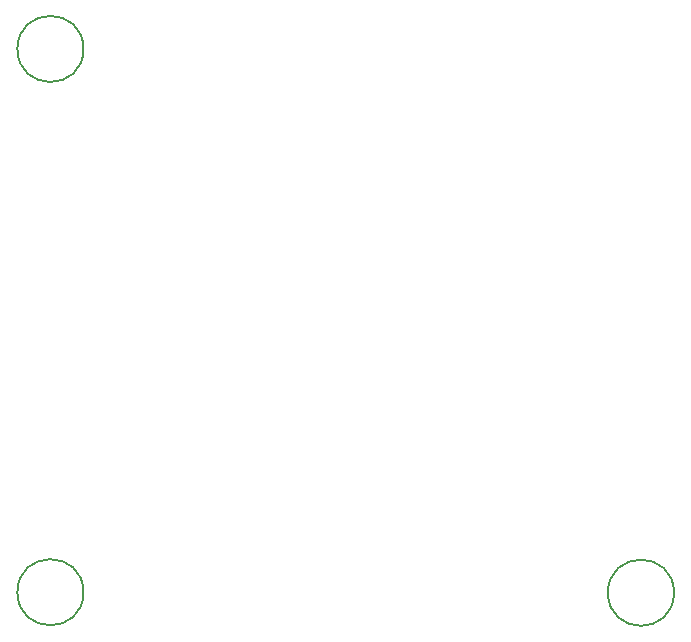
<source format=gbr>
%TF.GenerationSoftware,KiCad,Pcbnew,(6.0.1-0)*%
%TF.CreationDate,2022-08-02T20:22:24+01:00*%
%TF.ProjectId,Mainboard,4d61696e-626f-4617-9264-2e6b69636164,rev?*%
%TF.SameCoordinates,Original*%
%TF.FileFunction,Other,Comment*%
%FSLAX46Y46*%
G04 Gerber Fmt 4.6, Leading zero omitted, Abs format (unit mm)*
G04 Created by KiCad (PCBNEW (6.0.1-0)) date 2022-08-02 20:22:24*
%MOMM*%
%LPD*%
G01*
G04 APERTURE LIST*
%ADD10C,0.150000*%
G04 APERTURE END LIST*
D10*
%TO.C,H3*%
X124110400Y-118986300D02*
G75*
G03*
X124110400Y-118986300I-2800000J0D01*
G01*
%TO.C,H2*%
X174110400Y-119030000D02*
G75*
G03*
X174110400Y-119030000I-2800000J0D01*
G01*
%TO.C,H1*%
X124110400Y-72986900D02*
G75*
G03*
X124110400Y-72986900I-2800000J0D01*
G01*
%TD*%
M02*

</source>
